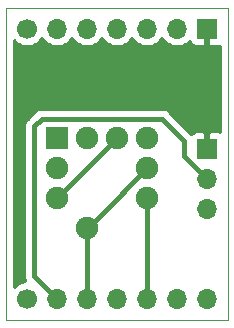
<source format=gbr>
G04 #@! TF.GenerationSoftware,KiCad,Pcbnew,(5.1.5)-3*
G04 #@! TF.CreationDate,2020-07-28T21:27:20+02:00*
G04 #@! TF.ProjectId,switch,73776974-6368-42e6-9b69-6361645f7063,rev?*
G04 #@! TF.SameCoordinates,PX18f3350PY2d4c310*
G04 #@! TF.FileFunction,Copper,L2,Bot*
G04 #@! TF.FilePolarity,Positive*
%FSLAX46Y46*%
G04 Gerber Fmt 4.6, Leading zero omitted, Abs format (unit mm)*
G04 Created by KiCad (PCBNEW (5.1.5)-3) date 2020-07-28 21:27:20*
%MOMM*%
%LPD*%
G04 APERTURE LIST*
%ADD10C,0.050000*%
%ADD11O,1.700000X1.700000*%
%ADD12R,1.700000X1.700000*%
%ADD13C,1.700000*%
%ADD14C,1.900000*%
%ADD15R,1.900000X1.900000*%
%ADD16C,0.457200*%
%ADD17C,0.254000*%
G04 APERTURE END LIST*
D10*
X18796000Y26416000D02*
X0Y26416000D01*
X18796000Y0D02*
X18796000Y26416000D01*
X0Y0D02*
X18796000Y0D01*
X0Y26416000D02*
X0Y0D01*
D11*
X17018000Y9398000D03*
X17018000Y11938000D03*
D12*
X17018000Y14478000D03*
D11*
X17018000Y1778000D03*
X14478000Y1778000D03*
X11938000Y1778000D03*
X9398000Y1778000D03*
X6858000Y1778000D03*
X4318000Y1778000D03*
D13*
X1778000Y1778000D03*
D12*
X17018000Y24638000D03*
D11*
X14478000Y24638000D03*
X11938000Y24638000D03*
X9398000Y24638000D03*
X6858000Y24638000D03*
X4318000Y24638000D03*
D13*
X1778000Y24638000D03*
D14*
X11990500Y10287000D03*
X4370500Y10287000D03*
X11990500Y12827000D03*
X4370500Y12827000D03*
X11990500Y15367000D03*
D15*
X4370500Y15367000D03*
D14*
X6910500Y7747000D03*
X9450500Y15367000D03*
X6910500Y15367000D03*
X11990500Y15367000D03*
D15*
X4370500Y15367000D03*
D16*
X4370500Y10287000D02*
X9450500Y15367000D01*
X11938000Y10234500D02*
X11990500Y10287000D01*
X11938000Y1778000D02*
X11938000Y10234500D01*
X6858000Y7694500D02*
X6910500Y7747000D01*
X6858000Y1778000D02*
X6858000Y7694500D01*
X7860499Y8696999D02*
X11990500Y12827000D01*
X6910500Y7747000D02*
X7860499Y8696999D01*
X3468001Y2627999D02*
X4318000Y1778000D01*
X2413000Y3683000D02*
X3468001Y2627999D01*
X2413000Y16383000D02*
X2413000Y3683000D01*
X15113000Y13843000D02*
X15113000Y15113000D01*
X17018000Y11938000D02*
X15113000Y13843000D01*
X15113000Y15113000D02*
X13208000Y17018000D01*
X13208000Y17018000D02*
X3048000Y17018000D01*
X3048000Y17018000D02*
X2413000Y16383000D01*
D17*
G36*
X17145000Y24765000D02*
G01*
X17165000Y24765000D01*
X17165000Y24511000D01*
X17145000Y24511000D01*
X17145000Y23311750D01*
X17303750Y23153000D01*
X17868000Y23149928D01*
X17992482Y23162188D01*
X18112180Y23198498D01*
X18136001Y23211231D01*
X18136001Y15904769D01*
X18112180Y15917502D01*
X17992482Y15953812D01*
X17868000Y15966072D01*
X17303750Y15963000D01*
X17145000Y15804250D01*
X17145000Y14605000D01*
X17165000Y14605000D01*
X17165000Y14351000D01*
X17145000Y14351000D01*
X17145000Y14331000D01*
X16891000Y14331000D01*
X16891000Y14351000D01*
X16871000Y14351000D01*
X16871000Y14605000D01*
X16891000Y14605000D01*
X16891000Y15804250D01*
X16732250Y15963000D01*
X16168000Y15966072D01*
X16043518Y15953812D01*
X15923820Y15917502D01*
X15813506Y15858537D01*
X15716815Y15779185D01*
X15694976Y15752575D01*
X15693660Y15753655D01*
X13848664Y17598650D01*
X13821612Y17631612D01*
X13690112Y17739531D01*
X13540084Y17819722D01*
X13377295Y17869104D01*
X13250420Y17881600D01*
X13208000Y17885778D01*
X13165580Y17881600D01*
X3090420Y17881600D01*
X3048000Y17885778D01*
X3005580Y17881600D01*
X2878705Y17869104D01*
X2715916Y17819722D01*
X2565888Y17739531D01*
X2434388Y17631612D01*
X2407345Y17598659D01*
X1832350Y17023663D01*
X1799388Y16996612D01*
X1691469Y16865111D01*
X1611278Y16715083D01*
X1564592Y16561180D01*
X1561896Y16552294D01*
X1545222Y16383000D01*
X1549400Y16340580D01*
X1549401Y3725430D01*
X1545222Y3683000D01*
X1561896Y3513706D01*
X1611279Y3350916D01*
X1658270Y3263000D01*
X1631740Y3263000D01*
X1344842Y3205932D01*
X1074589Y3093990D01*
X831368Y2931475D01*
X660000Y2760107D01*
X660000Y23655893D01*
X831368Y23484525D01*
X1074589Y23322010D01*
X1344842Y23210068D01*
X1631740Y23153000D01*
X1924260Y23153000D01*
X2211158Y23210068D01*
X2481411Y23322010D01*
X2724632Y23484525D01*
X2931475Y23691368D01*
X3048000Y23865760D01*
X3164525Y23691368D01*
X3371368Y23484525D01*
X3614589Y23322010D01*
X3884842Y23210068D01*
X4171740Y23153000D01*
X4464260Y23153000D01*
X4751158Y23210068D01*
X5021411Y23322010D01*
X5264632Y23484525D01*
X5471475Y23691368D01*
X5588000Y23865760D01*
X5704525Y23691368D01*
X5911368Y23484525D01*
X6154589Y23322010D01*
X6424842Y23210068D01*
X6711740Y23153000D01*
X7004260Y23153000D01*
X7291158Y23210068D01*
X7561411Y23322010D01*
X7804632Y23484525D01*
X8011475Y23691368D01*
X8128000Y23865760D01*
X8244525Y23691368D01*
X8451368Y23484525D01*
X8694589Y23322010D01*
X8964842Y23210068D01*
X9251740Y23153000D01*
X9544260Y23153000D01*
X9831158Y23210068D01*
X10101411Y23322010D01*
X10344632Y23484525D01*
X10551475Y23691368D01*
X10668000Y23865760D01*
X10784525Y23691368D01*
X10991368Y23484525D01*
X11234589Y23322010D01*
X11504842Y23210068D01*
X11791740Y23153000D01*
X12084260Y23153000D01*
X12371158Y23210068D01*
X12641411Y23322010D01*
X12884632Y23484525D01*
X13091475Y23691368D01*
X13208000Y23865760D01*
X13324525Y23691368D01*
X13531368Y23484525D01*
X13774589Y23322010D01*
X14044842Y23210068D01*
X14331740Y23153000D01*
X14624260Y23153000D01*
X14911158Y23210068D01*
X15181411Y23322010D01*
X15424632Y23484525D01*
X15556487Y23616380D01*
X15578498Y23543820D01*
X15637463Y23433506D01*
X15716815Y23336815D01*
X15813506Y23257463D01*
X15923820Y23198498D01*
X16043518Y23162188D01*
X16168000Y23149928D01*
X16732250Y23153000D01*
X16891000Y23311750D01*
X16891000Y24511000D01*
X16871000Y24511000D01*
X16871000Y24765000D01*
X16891000Y24765000D01*
X16891000Y24785000D01*
X17145000Y24785000D01*
X17145000Y24765000D01*
G37*
X17145000Y24765000D02*
X17165000Y24765000D01*
X17165000Y24511000D01*
X17145000Y24511000D01*
X17145000Y23311750D01*
X17303750Y23153000D01*
X17868000Y23149928D01*
X17992482Y23162188D01*
X18112180Y23198498D01*
X18136001Y23211231D01*
X18136001Y15904769D01*
X18112180Y15917502D01*
X17992482Y15953812D01*
X17868000Y15966072D01*
X17303750Y15963000D01*
X17145000Y15804250D01*
X17145000Y14605000D01*
X17165000Y14605000D01*
X17165000Y14351000D01*
X17145000Y14351000D01*
X17145000Y14331000D01*
X16891000Y14331000D01*
X16891000Y14351000D01*
X16871000Y14351000D01*
X16871000Y14605000D01*
X16891000Y14605000D01*
X16891000Y15804250D01*
X16732250Y15963000D01*
X16168000Y15966072D01*
X16043518Y15953812D01*
X15923820Y15917502D01*
X15813506Y15858537D01*
X15716815Y15779185D01*
X15694976Y15752575D01*
X15693660Y15753655D01*
X13848664Y17598650D01*
X13821612Y17631612D01*
X13690112Y17739531D01*
X13540084Y17819722D01*
X13377295Y17869104D01*
X13250420Y17881600D01*
X13208000Y17885778D01*
X13165580Y17881600D01*
X3090420Y17881600D01*
X3048000Y17885778D01*
X3005580Y17881600D01*
X2878705Y17869104D01*
X2715916Y17819722D01*
X2565888Y17739531D01*
X2434388Y17631612D01*
X2407345Y17598659D01*
X1832350Y17023663D01*
X1799388Y16996612D01*
X1691469Y16865111D01*
X1611278Y16715083D01*
X1564592Y16561180D01*
X1561896Y16552294D01*
X1545222Y16383000D01*
X1549400Y16340580D01*
X1549401Y3725430D01*
X1545222Y3683000D01*
X1561896Y3513706D01*
X1611279Y3350916D01*
X1658270Y3263000D01*
X1631740Y3263000D01*
X1344842Y3205932D01*
X1074589Y3093990D01*
X831368Y2931475D01*
X660000Y2760107D01*
X660000Y23655893D01*
X831368Y23484525D01*
X1074589Y23322010D01*
X1344842Y23210068D01*
X1631740Y23153000D01*
X1924260Y23153000D01*
X2211158Y23210068D01*
X2481411Y23322010D01*
X2724632Y23484525D01*
X2931475Y23691368D01*
X3048000Y23865760D01*
X3164525Y23691368D01*
X3371368Y23484525D01*
X3614589Y23322010D01*
X3884842Y23210068D01*
X4171740Y23153000D01*
X4464260Y23153000D01*
X4751158Y23210068D01*
X5021411Y23322010D01*
X5264632Y23484525D01*
X5471475Y23691368D01*
X5588000Y23865760D01*
X5704525Y23691368D01*
X5911368Y23484525D01*
X6154589Y23322010D01*
X6424842Y23210068D01*
X6711740Y23153000D01*
X7004260Y23153000D01*
X7291158Y23210068D01*
X7561411Y23322010D01*
X7804632Y23484525D01*
X8011475Y23691368D01*
X8128000Y23865760D01*
X8244525Y23691368D01*
X8451368Y23484525D01*
X8694589Y23322010D01*
X8964842Y23210068D01*
X9251740Y23153000D01*
X9544260Y23153000D01*
X9831158Y23210068D01*
X10101411Y23322010D01*
X10344632Y23484525D01*
X10551475Y23691368D01*
X10668000Y23865760D01*
X10784525Y23691368D01*
X10991368Y23484525D01*
X11234589Y23322010D01*
X11504842Y23210068D01*
X11791740Y23153000D01*
X12084260Y23153000D01*
X12371158Y23210068D01*
X12641411Y23322010D01*
X12884632Y23484525D01*
X13091475Y23691368D01*
X13208000Y23865760D01*
X13324525Y23691368D01*
X13531368Y23484525D01*
X13774589Y23322010D01*
X14044842Y23210068D01*
X14331740Y23153000D01*
X14624260Y23153000D01*
X14911158Y23210068D01*
X15181411Y23322010D01*
X15424632Y23484525D01*
X15556487Y23616380D01*
X15578498Y23543820D01*
X15637463Y23433506D01*
X15716815Y23336815D01*
X15813506Y23257463D01*
X15923820Y23198498D01*
X16043518Y23162188D01*
X16168000Y23149928D01*
X16732250Y23153000D01*
X16891000Y23311750D01*
X16891000Y24511000D01*
X16871000Y24511000D01*
X16871000Y24765000D01*
X16891000Y24765000D01*
X16891000Y24785000D01*
X17145000Y24785000D01*
X17145000Y24765000D01*
M02*

</source>
